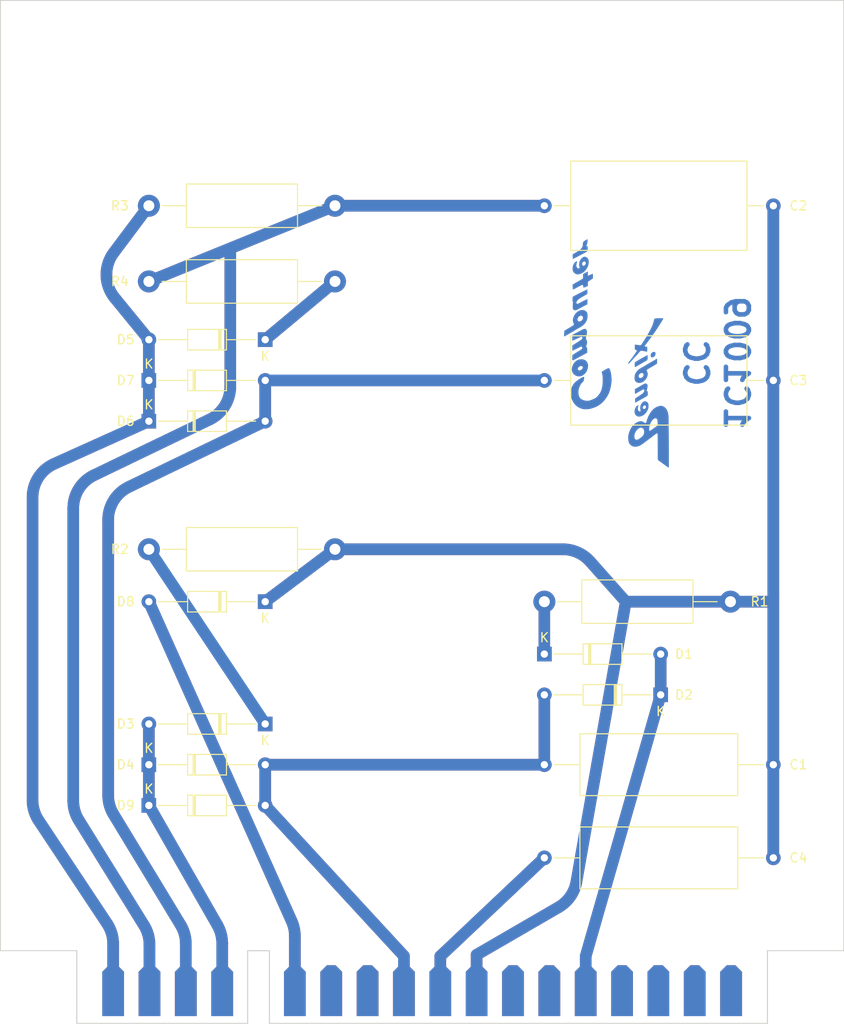
<source format=kicad_pcb>
(kicad_pcb (version 20211014) (generator pcbnew)
  (layers (0 "F.Cu" signal) (31 "B.Cu" signal) (34 "B.Paste" user) (35 "F.Paste" user) (36 "B.SilkS" user "B.Silkscreen") (37 "F.SilkS" user "F.Silkscreen") (38 "B.Mask" user) (39 "F.Mask" user) (44 "Edge.Cuts" user))
  (net 0 "")
  (net 1 "/-13V")
  (net 2 "GND")
  (net 3 "/*-25V")
  (net 4 "/*-75V")
  (net 5 "/-20V")
  (net 6 "Net-(D1-Pad1)")
  (net 7 "/Clock Pulse")
  (net 8 "Net-(D3-Pad1)")
  (net 9 "/Shift Pulse")
  (net 10 "Net-(D5-Pad1)")
  (net 11 "/Read Pulse")
  (net 12 "/Write Pulse")
  (footprint "Resistor_THT:R_Axial_DIN0414_L11.9mm_D4.5mm_P20.32mm_Horizontal" (layer "F.Cu") (at 136.525 109.855 180)
    (fp_text reference "R2")
    (fp_text value "33Ω 1W 5%")
  )
  (footprint "Diode_THT:D_DO-35_SOD27_P12.70mm_Horizontal" (layer "F.Cu") (at 128.905 128.905 180)
    (fp_text reference "D3")
    (fp_text value "1N4007")
  )
  (footprint "Resistor_THT:R_Axial_DIN0414_L11.9mm_D4.5mm_P20.32mm_Horizontal" (layer "F.Cu") (at 116.205 80.645)
    (fp_text reference "R4")
    (fp_text value "33Ω 1W 5%")
  )
  (footprint "Diode_THT:D_DO-35_SOD27_P12.70mm_Horizontal" (layer "F.Cu") (at 116.205 95.885)
    (fp_text reference "D6")
    (fp_text value "1N4007_{2}")
  )
  (footprint "Diode_THT:D_DO-35_SOD27_P12.70mm_Horizontal" (layer "F.Cu") (at 116.205 137.795)
    (fp_text reference "D9")
    (fp_text value "1N4007_{2}")
  )
  (footprint "Diode_THT:D_DO-35_SOD27_P12.70mm_Horizontal" (layer "F.Cu") (at 172.085 125.73 180)
    (fp_text reference "D2")
    (fp_text value "1N4007_{2}")
  )
  (footprint "Bendix_G15:Card_Edge_R_Key" (layer "F.Cu") (at 146.0375 153.632)
    (fp_text reference "J1")
    (fp_text value "Conn_02x18_Row_Letter_First")
    (fp_line (start 37.703125 0) (end 37.703125 7.9375) (layer "Edge.Cuts") (width 0.12))
    (fp_line (start -37.703125 7.9375) (end -37.703125 0) (layer "Edge.Cuts") (width 0.12))
    (fp_line (start -19.05 7.9375) (end -37.703125 7.9375) (layer "Edge.Cuts") (width 0.12))
    (fp_line (start -19.05 0) (end -19.05 7.9375) (layer "Edge.Cuts") (width 0.12))
    (fp_line (start 37.703125 7.9375) (end -16.66875 7.9375) (layer "Edge.Cuts") (width 0.12))
    (fp_line (start -16.66875 7.9375) (end -16.66875 0) (layer "Edge.Cuts") (width 0.12))
    (fp_line (start -19.05 0) (end -16.66875 0) (layer "Edge.Cuts") (width 0.12))
  )
  (footprint "Capacitor_THT:C_Axial_L17.0mm_D6.5mm_P25.00mm_Horizontal" (layer "F.Cu") (at 159.385 133.35)
    (fp_text reference "C1")
    (fp_text value "4µF")
  )
  (footprint "Diode_THT:D_DO-35_SOD27_P12.70mm_Horizontal" (layer "F.Cu") (at 128.905 115.57 180)
    (fp_text reference "D8")
    (fp_text value "1N4007_{2}")
  )
  (footprint "Diode_THT:D_DO-35_SOD27_P12.70mm_Horizontal" (layer "F.Cu") (at 128.905 86.995 180)
    (fp_text reference "D5")
    (fp_text value "1N4007")
  )
  (footprint "Diode_THT:D_DO-35_SOD27_P12.70mm_Horizontal" (layer "F.Cu") (at 116.205 91.44)
    (fp_text reference "D7")
    (fp_text value "1N4007_{2}")
  )
  (footprint "Resistor_THT:R_Axial_DIN0414_L11.9mm_D4.5mm_P20.32mm_Horizontal" (layer "F.Cu") (at 179.705 115.57 180)
    (fp_text reference "R1")
    (fp_text value "33Ω 1W 5%")
  )
  (footprint "Capacitor_THT:C_Axial_L17.0mm_D6.5mm_P25.00mm_Horizontal" (layer "F.Cu") (at 159.385 143.51)
    (fp_text reference "C4")
    (fp_text value "4µF")
  )
  (footprint "Diode_THT:D_DO-35_SOD27_P12.70mm_Horizontal" (layer "F.Cu") (at 159.385 121.285)
    (fp_text reference "D1")
    (fp_text value "1N4007")
  )
  (footprint "Capacitor_THT:C_Axial_L19.0mm_D9.5mm_P25.00mm_Horizontal" (layer "F.Cu") (at 159.385 91.44)
    (fp_text reference "C3")
    (fp_text value "0.1µF 200V")
  )
  (footprint "Diode_THT:D_DO-35_SOD27_P12.70mm_Horizontal" (layer "F.Cu") (at 116.205 133.35)
    (fp_text reference "D4")
    (fp_text value "1N4007_{2}")
  )
  (footprint "Resistor_THT:R_Axial_DIN0414_L11.9mm_D4.5mm_P20.32mm_Horizontal" (layer "F.Cu") (at 136.525 72.39 180)
    (fp_text reference "R3")
    (fp_text value "390Ω 1W 5%")
  )
  (footprint "Capacitor_THT:C_Axial_L19.0mm_D9.5mm_P25.00mm_Horizontal" (layer "F.Cu") (at 159.385 72.39)
    (fp_text reference "C2")
    (fp_text value "0.1µF 200V")
  )
  (footprint "LOGO" (layer "B.Cu") (at 170.815 92.71 90)
    (fp_text reference "G***" hide)
    (fp_text value "LOGO" hide)
  )
  (footprint "LOGO" (layer "B.Cu") (at 164.465 85.09 90)
    (fp_text reference "G***" hide)
    (fp_text value "LOGO" hide)
  )
  (gr_line (start 100 50) (end 192.075 50) (layer "Edge.Cuts") (width 0.1))
  (gr_line (start 192.075 50) (end 192.075 153.632) (layer "Edge.Cuts") (width 0.1))
  (gr_line (start 108.334375 153.632) (end 100 153.632) (layer "Edge.Cuts") (width 0.1))
  (gr_line (start 100 50) (end 100 153.632) (layer "Edge.Cuts") (width 0.1))
  (gr_line (start 183.740625 153.632) (end 192.075 153.632) (layer "Edge.Cuts") (width 0.1))
  (gr_text "CC" (at 175.895 89.535 270) (layer "B.Cu") (effects (font (size 2.5 2.5) (thickness 0.5)) (justify mirror)))
  (gr_text "1C1009" (at 180.34 89.535 270) (layer "B.Cu") (effects (font (size 2.5 2.5) (thickness 0.5)) (justify mirror)))
  (segment (start 159.385 133.35) (end 159.385 125.73) (width 1.27) (layer "F.Cu") (net 1))
  (segment (start 128.905 133.35) (end 159.385 133.35) (width 1.27) (layer "F.Cu") (net 1))
  (segment (start 144.053125 157.997625) (end 144.053125 154.213125) (width 1.27) (layer "F.Cu") (net 1))
  (segment (start 144.053125 154.213125) (end 128.905 137.795) (width 1.27) (layer "F.Cu") (net 1))
  (segment (start 128.905 137.795) (end 128.905 133.35) (width 1.27) (layer "F.Cu") (net 1))
  (segment (start 128.905 137.795) (end 128.905 133.35) (width 1.27) (layer "B.Cu") (net 1))
  (segment (start 128.905 133.35) (end 159.385 133.35) (width 1.27) (layer "B.Cu") (net 1))
  (segment (start 159.385 133.35) (end 159.385 125.73) (width 1.27) (layer "B.Cu") (net 1))
  (segment (start 144.053125 154.213125) (end 128.905 137.795) (width 1.27) (layer "B.Cu") (net 1))
  (segment (start 144.053125 157.997625) (end 144.053125 154.213125) (width 1.27) (layer "B.Cu") (net 1))
  (segment (start 168.275 115.57) (end 162.883427 146.122248) (width 1.27) (layer "F.Cu") (net 2))
  (segment (start 151.990625 154.079375) (end 160.949729 148.888064) (width 1.27) (layer "F.Cu") (net 2))
  (segment (start 184.385 115.335) (end 184.385 72.39) (width 1.27) (layer "F.Cu") (net 2))
  (segment (start 136.525 109.855) (end 161.398736 109.855) (width 1.27) (layer "F.Cu") (net 2))
  (segment (start 164.388373 111.197545) (end 168.275 115.57) (width 1.27) (layer "F.Cu") (net 2))
  (segment (start 128.905 115.57) (end 136.525 109.855) (width 1.27) (layer "F.Cu") (net 2))
  (segment (start 151.990625 157.997625) (end 151.990625 154.079375) (width 1.27) (layer "F.Cu") (net 2))
  (segment (start 184.15 115.57) (end 184.385 115.335) (width 1.27) (layer "F.Cu") (net 2))
  (segment (start 184.385 143.51) (end 184.385 133.35) (width 1.27) (layer "F.Cu") (net 2))
  (segment (start 179.705 115.57) (end 184.15 115.57) (width 1.27) (layer "F.Cu") (net 2))
  (segment (start 184.385 133.35) (end 184.385 115.335) (width 1.27) (layer "F.Cu") (net 2))
  (segment (start 168.275 115.57) (end 179.705 115.57) (width 1.27) (layer "F.Cu") (net 2))
  (arc (start 160.949729 148.888064) (mid 162.222541 147.719068) (end 162.883427 146.122248) (width 1.27) (layer "F.Cu") (net 2))
  (arc (start 161.398736 109.855) (mid 163.03736 110.20604) (end 164.388373 111.197545) (width 1.27) (layer "F.Cu") (net 2))
  (segment (start 179.705 115.57) (end 184.15 115.57) (width 1.27) (layer "B.Cu") (net 2))
  (segment (start 168.275 115.57) (end 179.705 115.57) (width 1.27) (layer "B.Cu") (net 2))
  (segment (start 164.388373 111.197545) (end 168.275 115.57) (width 1.27) (layer "B.Cu") (net 2))
  (segment (start 136.525 109.855) (end 161.398736 109.855) (width 1.27) (layer "B.Cu") (net 2))
  (segment (start 168.275 115.57) (end 162.883427 146.122248) (width 1.27) (layer "B.Cu") (net 2))
  (segment (start 151.990625 154.079375) (end 160.949729 148.888064) (width 1.27) (layer "B.Cu") (net 2))
  (segment (start 184.385 143.51) (end 184.385 72.39) (width 1.27) (layer "B.Cu") (net 2))
  (segment (start 128.905 115.57) (end 136.525 109.855) (width 1.27) (layer "B.Cu") (net 2))
  (segment (start 151.990625 157.997625) (end 151.990625 154.079375) (width 1.27) (layer "B.Cu") (net 2))
  (arc (start 161.398736 109.855) (mid 163.03736 110.20604) (end 164.388373 111.197545) (width 1.27) (layer "B.Cu") (net 2))
  (arc (start 160.949729 148.888064) (mid 162.222541 147.719068) (end 162.883427 146.122248) (width 1.27) (layer "B.Cu") (net 2))
  (segment (start 136.525 72.39) (end 125.236111 76.976111) (width 1.27) (layer "F.Cu") (net 3))
  (segment (start 125.095 77.117222) (end 125.236111 76.976111) (width 1.27) (layer "F.Cu") (net 3))
  (segment (start 110.214737 101.779571) (end 122.830263 95.705429) (width 1.27) (layer "F.Cu") (net 3))
  (segment (start 115.670041 150.862658) (end 108.551834 139.399217) (width 1.27) (layer "F.Cu") (net 3))
  (segment (start 125.095 92.101422) (end 125.095 77.117222) (width 1.27) (layer "F.Cu") (net 3))
  (segment (start 107.95 137.28913) (end 107.95 105.383578) (width 1.27) (layer "F.Cu") (net 3))
  (segment (start 125.236111 76.976111) (end 116.205 80.645) (width 1.27) (layer "F.Cu") (net 3))
  (segment (start 159.385 72.39) (end 136.525 72.39) (width 1.27) (layer "F.Cu") (net 3))
  (segment (start 116.271875 157.997625) (end 116.271875 152.972745) (width 1.27) (layer "F.Cu") (net 3))
  (arc (start 107.95 105.383578) (mid 108.563184 103.255322) (end 110.214737 101.779571) (width 1.27) (layer "F.Cu") (net 3))
  (arc (start 116.271875 152.972745) (mid 116.118475 151.875627) (end 115.670041 150.862658) (width 1.27) (layer "F.Cu") (net 3))
  (arc (start 108.551834 139.399217) (mid 108.1034 138.386248) (end 107.95 137.28913) (width 1.27) (layer "F.Cu") (net 3))
  (arc (start 125.095 92.101422) (mid 124.481816 94.229678) (end 122.830263 95.705429) (width 1.27) (layer "F.Cu") (net 3))
  (segment (start 115.670041 150.862658) (end 108.551834 139.399217) (width 1.27) (layer "B.Cu") (net 3))
  (segment (start 125.095 92.101422) (end 125.095 77.117222) (width 1.27) (layer "B.Cu") (net 3))
  (segment (start 136.525 72.39) (end 125.236111 76.976111) (width 1.27) (layer "B.Cu") (net 3))
  (segment (start 116.271875 157.997625) (end 116.271875 152.972745) (width 1.27) (layer "B.Cu") (net 3))
  (segment (start 125.236111 76.976111) (end 116.205 80.645) (width 1.27) (layer "B.Cu") (net 3))
  (segment (start 110.214737 101.779571) (end 122.830263 95.705429) (width 1.27) (layer "B.Cu") (net 3))
  (segment (start 159.385 72.39) (end 136.525 72.39) (width 1.27) (layer "B.Cu") (net 3))
  (segment (start 107.95 137.28913) (end 107.95 105.383578) (width 1.27) (layer "B.Cu") (net 3))
  (arc (start 108.551834 139.399217) (mid 108.1034 138.386248) (end 107.95 137.28913) (width 1.27) (layer "B.Cu") (net 3))
  (arc (start 116.271875 152.972745) (mid 116.118475 151.875627) (end 115.670041 150.862658) (width 1.27) (layer "B.Cu") (net 3))
  (arc (start 125.095 92.101422) (mid 124.481816 94.229678) (end 122.830263 95.705429) (width 1.27) (layer "B.Cu") (net 3))
  (arc (start 107.95 105.383578) (mid 108.563184 103.255322) (end 110.214737 101.779571) (width 1.27) (layer "B.Cu") (net 3))
  (segment (start 159.385 91.44) (end 128.905 91.44) (width 1.27) (layer "F.Cu") (net 4))
  (segment (start 119.659901 150.808383) (end 112.340724 138.751617) (width 1.27) (layer "F.Cu") (net 4))
  (segment (start 128.905 91.44) (end 128.905 95.885) (width 1.27) (layer "F.Cu") (net 4))
  (segment (start 111.76 136.675912) (end 111.76 106.653578) (width 1.27) (layer "F.Cu") (net 4))
  (segment (start 120.240625 157.997625) (end 120.240625 152.884088) (width 1.27) (layer "F.Cu") (net 4))
  (segment (start 114.024737 103.049571) (end 128.905 95.885) (width 1.27) (layer "F.Cu") (net 4))
  (arc (start 119.659901 150.808383) (mid 120.092709 151.806383) (end 120.240625 152.884088) (width 1.27) (layer "F.Cu") (net 4))
  (arc (start 112.340724 138.751617) (mid 111.907916 137.753617) (end 111.76 136.675912) (width 1.27) (layer "F.Cu") (net 4))
  (arc (start 114.024737 103.049571) (mid 112.373183 104.525322) (end 111.76 106.653578) (width 1.27) (layer "F.Cu") (net 4))
  (segment (start 159.385 91.44) (end 128.905 91.44) (width 1.27) (layer "B.Cu") (net 4))
  (segment (start 128.905 91.44) (end 128.905 95.885) (width 1.27) (layer "B.Cu") (net 4))
  (segment (start 119.659901 150.808383) (end 112.340724 138.751617) (width 1.27) (layer "B.Cu") (net 4))
  (segment (start 120.240625 157.997625) (end 120.240625 152.884088) (width 1.27) (layer "B.Cu") (net 4))
  (segment (start 114.024737 103.049571) (end 128.905 95.885) (width 1.27) (layer "B.Cu") (net 4))
  (segment (start 111.76 136.675912) (end 111.76 106.653578) (width 1.27) (layer "B.Cu") (net 4))
  (arc (start 112.340724 138.751617) (mid 111.907916 137.753617) (end 111.76 136.675912) (width 1.27) (layer "B.Cu") (net 4))
  (arc (start 119.659901 150.808383) (mid 120.092709 151.806383) (end 120.240625 152.884088) (width 1.27) (layer "B.Cu") (net 4))
  (arc (start 114.024737 103.049571) (mid 112.373183 104.525322) (end 111.76 106.653578) (width 1.27) (layer "B.Cu") (net 4))
  (segment (start 148.021875 154.238125) (end 159.385 143.51) (width 1.27) (layer "F.Cu") (net 5))
  (segment (start 148.021875 157.997625) (end 148.021875 154.238125) (width 1.27) (layer "F.Cu") (net 5))
  (segment (start 148.021875 157.997625) (end 148.021875 154.238125) (width 1.27) (layer "B.Cu") (net 5))
  (segment (start 148.021875 154.238125) (end 159.385 143.51) (width 1.27) (layer "B.Cu") (net 5))
  (segment (start 159.385 121.285) (end 159.385 115.57) (width 1.27) (layer "F.Cu") (net 6))
  (segment (start 159.385 121.285) (end 159.385 115.57) (width 1.27) (layer "B.Cu") (net 6))
  (segment (start 163.896875 157.997625) (end 163.896875 154.238125) (width 1.27) (layer "F.Cu") (net 7))
  (segment (start 172.085 121.285) (end 172.085 125.73) (width 1.27) (layer "F.Cu") (net 7))
  (segment (start 163.896875 154.238125) (end 172.085 125.73) (width 1.27) (layer "F.Cu") (net 7))
  (segment (start 163.896875 154.238125) (end 172.085 125.73) (width 1.27) (layer "B.Cu") (net 7))
  (segment (start 163.896875 157.997625) (end 163.896875 154.238125) (width 1.27) (layer "B.Cu") (net 7))
  (segment (start 172.085 121.285) (end 172.085 125.73) (width 1.27) (layer "B.Cu") (net 7))
  (segment (start 128.905 128.905) (end 116.205 109.855) (width 1.27) (layer "B.Cu") (net 8))
  (segment (start 116.205 137.795) (end 116.205 128.905) (width 1.27) (layer "F.Cu") (net 9))
  (segment (start 124.209375 157.997625) (end 124.209375 152.829743) (width 1.27) (layer "F.Cu") (net 9))
  (segment (start 123.680043 150.841159) (end 116.205 137.795) (width 1.27) (layer "F.Cu") (net 9))
  (arc (start 124.209375 152.829743) (mid 124.074777 151.800829) (end 123.680043 150.841159) (width 1.27) (layer "F.Cu") (net 9))
  (segment (start 116.205 137.795) (end 116.205 128.905) (width 1.27) (layer "B.Cu") (net 9))
  (segment (start 124.209375 157.997625) (end 124.209375 152.829743) (width 1.27) (layer "B.Cu") (net 9))
  (segment (start 123.680043 150.841159) (end 116.205 137.795) (width 1.27) (layer "B.Cu") (net 9))
  (arc (start 124.209375 152.829743) (mid 124.074777 151.800829) (end 123.680043 150.841159) (width 1.27) (layer "B.Cu") (net 9))
  (segment (start 128.905 86.995) (end 136.525 80.645) (width 1.27) (layer "F.Cu") (net 10))
  (segment (start 128.905 86.995) (end 136.525 80.645) (width 1.27) (layer "B.Cu") (net 10))
  (segment (start 112.303125 157.997625) (end 112.303125 152.880729) (width 1.27) (layer "F.Cu") (net 11))
  (segment (start 111.634878 150.667265) (end 104.173247 139.43586) (width 1.27) (layer "F.Cu") (net 11))
  (segment (start 112.370464 77.502714) (end 116.205 72.39) (width 1.27) (layer "F.Cu") (net 11))
  (segment (start 105.863541 100.538656) (end 116.205 95.885) (width 1.27) (layer "F.Cu") (net 11))
  (segment (start 116.205 95.885) (end 116.205 86.995) (width 1.27) (layer "F.Cu") (net 11))
  (segment (start 103.505 137.222396) (end 103.505 104.186342) (width 1.27) (layer "F.Cu") (net 11))
  (segment (start 116.205 86.995) (end 112.474635 82.435665) (width 1.27) (layer "F.Cu") (net 11))
  (arc (start 103.505 137.222396) (mid 103.675704 138.378464) (end 104.173247 139.43586) (width 1.27) (layer "F.Cu") (net 11))
  (arc (start 112.303125 152.880729) (mid 112.132421 151.724661) (end 111.634878 150.667265) (width 1.27) (layer "F.Cu") (net 11))
  (arc (start 103.505 104.186342) (mid 104.145995 102.014458) (end 105.863541 100.538656) (width 1.27) (layer "F.Cu") (net 11))
  (arc (start 112.370464 77.502714) (mid 111.571356 79.987165) (end 112.474635 82.435665) (width 1.27) (layer "F.Cu") (net 11))
  (segment (start 111.634878 150.667265) (end 104.173247 139.43586) (width 1.27) (layer "B.Cu") (net 11))
  (segment (start 112.303125 157.997625) (end 112.303125 152.880729) (width 1.27) (layer "B.Cu") (net 11))
  (segment (start 105.863541 100.538656) (end 116.205 95.885) (width 1.27) (layer "B.Cu") (net 11))
  (segment (start 112.370464 77.502714) (end 116.205 72.39) (width 1.27) (layer "B.Cu") (net 11))
  (segment (start 116.205 95.885) (end 116.205 86.995) (width 1.27) (layer "B.Cu") (net 11))
  (segment (start 103.505 137.222396) (end 103.505 104.186342) (width 1.27) (layer "B.Cu") (net 11))
  (segment (start 116.205 86.995) (end 112.474635 82.435665) (width 1.27) (layer "B.Cu") (net 11))
  (arc (start 112.474635 82.435665) (mid 111.571356 79.987165) (end 112.370464 77.502714) (width 1.27) (layer "B.Cu") (net 11))
  (arc (start 103.505 137.222396) (mid 103.675704 138.378464) (end 104.173247 139.43586) (width 1.27) (layer "B.Cu") (net 11))
  (arc (start 112.303125 152.880729) (mid 112.132421 151.724661) (end 111.634878 150.667265) (width 1.27) (layer "B.Cu") (net 11))
  (arc (start 103.505 104.186342) (mid 104.145995 102.014458) (end 105.863541 100.538656) (width 1.27) (layer "B.Cu") (net 11))
  (segment (start 131.798013 150.417239) (end 116.205 115.57) (width 1.27) (layer "F.Cu") (net 12))
  (segment (start 132.146875 157.997625) (end 132.146875 152.051005) (width 1.27) (layer "F.Cu") (net 12))
  (arc (start 132.146875 152.051005) (mid 132.058687 151.215706) (end 131.798013 150.417239) (width 1.27) (layer "F.Cu") (net 12))
  (segment (start 131.798013 150.417239) (end 116.205 115.57) (width 1.27) (layer "B.Cu") (net 12))
  (segment (start 132.146875 157.997625) (end 132.146875 152.051005) (width 1.27) (layer "B.Cu") (net 12))
  (arc (start 132.146875 152.051005) (mid 132.058687 151.215706) (end 131.798013 150.417239) (width 1.27) (layer "B.Cu") (net 12))
)
</source>
